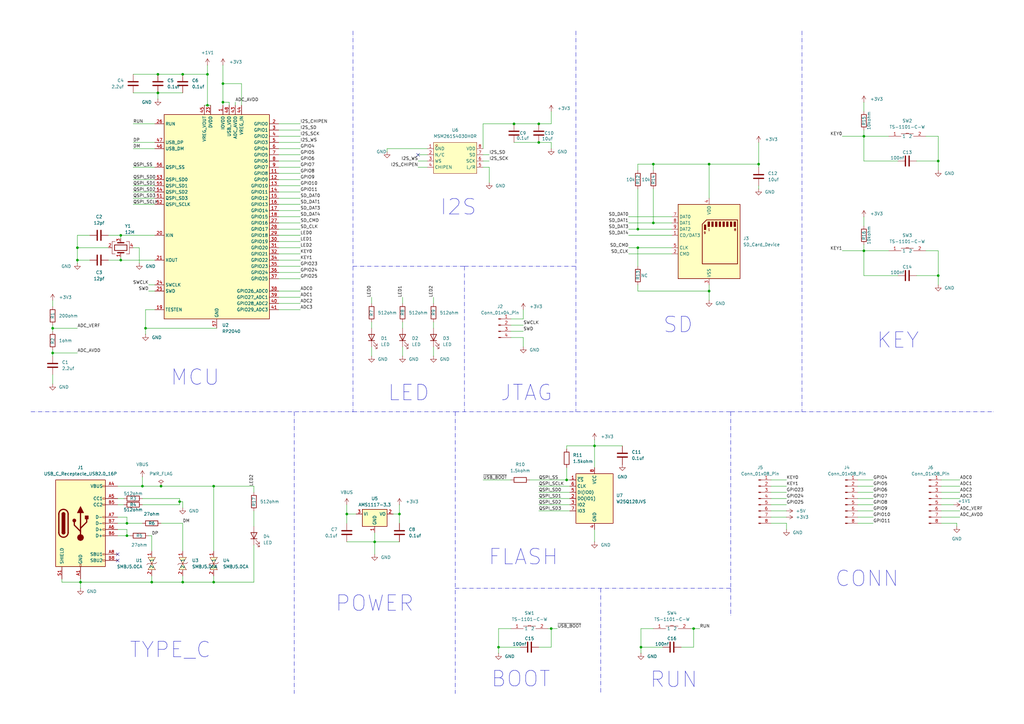
<source format=kicad_sch>
(kicad_sch (version 20231120) (generator "eeschema") (generator_version "8.0")
  (paper "A3")
  (title_block (title "Audio Recorder on RP2040 with SD Card") (date "2024-09-01") (rev "0.1.0") (company "Krysztal Huang"))
  (junction (at 73.66 205.74))
  (junction (at 91.44 41.91))
  (junction (at 33.02 238.76))
  (junction (at 52.07 219.71))
  (junction (at 64.77 38.1))
  (junction (at 243.84 182.88))
  (junction (at 31.75 101.6))
  (junction (at 226.06 257.81))
  (junction (at 59.69 134.62))
  (junction (at 163.83 210.82))
  (junction (at 31.75 106.68))
  (junction (at 85.09 43.18))
  (junction (at 153.67 222.25))
  (junction (at 49.53 106.68))
  (junction (at 290.83 67.31))
  (junction (at 220.98 50.8))
  (junction (at 85.09 30.48))
  (junction (at 87.63 199.39))
  (junction (at 261.62 93.98))
  (junction (at 261.62 101.6))
  (junction (at 267.97 67.31))
  (junction (at 64.77 30.48))
  (junction (at 210.82 50.8))
  (junction (at 311.15 67.31))
  (junction (at 21.59 134.62))
  (junction (at 384.81 66.04))
  (junction (at 262.89 265.43))
  (junction (at 74.93 238.76))
  (junction (at 384.81 113.03))
  (junction (at 142.24 210.82))
  (junction (at 74.93 30.48))
  (junction (at 290.83 119.38))
  (junction (at 52.07 214.63))
  (junction (at 267.97 91.44))
  (junction (at 21.59 144.78))
  (junction (at 204.47 265.43))
  (junction (at 66.04 199.39))
  (junction (at 284.48 257.81))
  (junction (at 91.44 34.29))
  (junction (at 87.63 238.76))
  (junction (at 354.33 55.88))
  (junction (at 49.53 96.52))
  (junction (at 62.23 238.76))
  (junction (at 58.42 199.39))
  (junction (at 354.33 102.87))
  (junction (at 232.41 196.85))
  (junction (at 220.98 58.42))
  (no_connect (at 48.26 229.87))
  (no_connect (at 171.45 63.5))
  (no_connect (at 48.26 227.33))
  (wire (pts (xy 153.67 218.44) (xy 153.67 222.25)))
  (wire (pts (xy 48.26 199.39) (xy 58.42 199.39)))
  (wire (pts (xy 91.44 34.29) (xy 91.44 41.91)))
  (wire (pts (xy 220.98 209.55) (xy 233.68 209.55)))
  (wire (pts (xy 261.62 101.6) (xy 261.62 109.22)))
  (wire (pts (xy 44.45 101.6) (xy 31.75 101.6)))
  (wire (pts (xy 114.3 93.98) (xy 123.19 93.98)))
  (wire (pts (xy 31.75 106.68) (xy 31.75 107.95)))
  (wire (pts (xy 358.14 212.09) (xy 351.79 212.09)))
  (wire (pts (xy 25.4 238.76) (xy 33.02 238.76)))
  (wire (pts (xy 104.14 223.52) (xy 104.14 238.76)))
  (wire (pts (xy 262.89 265.43) (xy 262.89 267.97)))
  (wire (pts (xy 384.81 66.04) (xy 384.81 69.85)))
  (wire (pts (xy 73.66 205.74) (xy 73.66 207.01)))
  (wire (pts (xy 358.14 196.85) (xy 351.79 196.85)))
  (wire (pts (xy 316.23 214.63) (xy 322.58 214.63)))
  (wire (pts (xy 21.59 123.19) (xy 21.59 125.73)))
  (wire (pts (xy 261.62 101.6) (xy 275.59 101.6)))
  (wire (pts (xy 358.14 209.55) (xy 351.79 209.55)))
  (wire (pts (xy 284.48 257.81) (xy 287.02 257.81)))
  (wire (pts (xy 114.3 71.12) (xy 123.19 71.12)))
  (wire (pts (xy 114.3 78.74) (xy 123.19 78.74)))
  (wire (pts (xy 74.93 205.74) (xy 73.66 205.74)))
  (wire (pts (xy 66.04 199.39) (xy 58.42 199.39)))
  (wire (pts (xy 87.63 199.39) (xy 87.63 226.06)))
  (wire (pts (xy 226.06 58.42) (xy 226.06 60.96)))
  (wire (pts (xy 114.3 73.66) (xy 123.19 73.66)))
  (wire (pts (xy 114.3 104.14) (xy 123.19 104.14)))
  (wire (pts (xy 31.75 96.52) (xy 31.75 101.6)))
  (polyline (pts (xy 190.5 109.22) (xy 236.22 109.22)) (stroke (width 0) (type dash_dot)))
  (wire (pts (xy 64.77 38.1) (xy 74.93 38.1)))
  (wire (pts (xy 165.1 132.08) (xy 165.1 134.62)))
  (wire (pts (xy 152.4 132.08) (xy 152.4 134.62)))
  (wire (pts (xy 114.3 66.04) (xy 123.19 66.04)))
  (wire (pts (xy 52.07 217.17) (xy 52.07 219.71)))
  (wire (pts (xy 48.26 219.71) (xy 52.07 219.71)))
  (polyline (pts (xy 186.69 168.91) (xy 186.69 284.48)) (stroke (width 0) (type dash_dot)))
  (wire (pts (xy 316.23 207.01) (xy 322.58 207.01)))
  (wire (pts (xy 66.04 214.63) (xy 74.93 214.63)))
  (wire (pts (xy 83.82 43.18) (xy 85.09 43.18)))
  (wire (pts (xy 232.41 196.85) (xy 233.68 196.85)))
  (wire (pts (xy 220.98 207.01) (xy 233.68 207.01)))
  (wire (pts (xy 316.23 204.47) (xy 322.58 204.47)))
  (wire (pts (xy 48.26 214.63) (xy 52.07 214.63)))
  (wire (pts (xy 243.84 180.34) (xy 243.84 182.88)))
  (wire (pts (xy 93.98 41.91) (xy 93.98 43.18)))
  (wire (pts (xy 165.1 121.92) (xy 165.1 124.46)))
  (wire (pts (xy 217.17 196.85) (xy 232.41 196.85)))
  (wire (pts (xy 261.62 119.38) (xy 290.83 119.38)))
  (wire (pts (xy 62.23 238.76) (xy 74.93 238.76)))
  (wire (pts (xy 226.06 45.72) (xy 226.06 50.8)))
  (wire (pts (xy 114.3 58.42) (xy 123.19 58.42)))
  (wire (pts (xy 316.23 196.85) (xy 322.58 196.85)))
  (wire (pts (xy 54.61 83.82) (xy 63.5 83.82)))
  (wire (pts (xy 54.61 50.8) (xy 63.5 50.8)))
  (wire (pts (xy 163.83 214.63) (xy 163.83 210.82)))
  (wire (pts (xy 214.63 130.81) (xy 209.55 130.81)))
  (wire (pts (xy 62.23 236.22) (xy 62.23 238.76)))
  (wire (pts (xy 284.48 265.43) (xy 284.48 257.81)))
  (wire (pts (xy 54.61 76.2) (xy 63.5 76.2)))
  (wire (pts (xy 54.61 101.6) (xy 57.15 101.6)))
  (wire (pts (xy 58.42 204.47) (xy 73.66 204.47)))
  (wire (pts (xy 210.82 50.8) (xy 220.98 50.8)))
  (wire (pts (xy 257.81 101.6) (xy 261.62 101.6)))
  (wire (pts (xy 311.15 67.31) (xy 290.83 67.31)))
  (wire (pts (xy 57.15 101.6) (xy 57.15 107.95)))
  (wire (pts (xy 54.61 38.1) (xy 64.77 38.1)))
  (wire (pts (xy 261.62 77.47) (xy 261.62 93.98)))
  (wire (pts (xy 85.09 26.67) (xy 85.09 30.48)))
  (wire (pts (xy 114.3 109.22) (xy 123.19 109.22)))
  (wire (pts (xy 33.02 238.76) (xy 62.23 238.76)))
  (wire (pts (xy 262.89 265.43) (xy 271.78 265.43)))
  (polyline (pts (xy 144.78 109.22) (xy 190.5 109.22)) (stroke (width 0) (type dash_dot)))
  (wire (pts (xy 33.02 238.76) (xy 33.02 241.3)))
  (wire (pts (xy 64.77 30.48) (xy 74.93 30.48)))
  (wire (pts (xy 87.63 199.39) (xy 66.04 199.39)))
  (wire (pts (xy 243.84 182.88) (xy 255.27 182.88)))
  (wire (pts (xy 226.06 257.81) (xy 228.6 257.81)))
  (polyline (pts (xy 12.7 168.91) (xy 144.78 168.91)) (stroke (width 0) (type dash_dot)))
  (wire (pts (xy 209.55 257.81) (xy 204.47 257.81)))
  (wire (pts (xy 62.23 219.71) (xy 60.96 219.71)))
  (wire (pts (xy 114.3 81.28) (xy 123.19 81.28)))
  (wire (pts (xy 58.42 195.58) (xy 58.42 199.39)))
  (wire (pts (xy 379.73 55.88) (xy 384.81 55.88)))
  (wire (pts (xy 87.63 199.39) (xy 104.14 199.39)))
  (wire (pts (xy 31.75 106.68) (xy 36.83 106.68)))
  (wire (pts (xy 220.98 201.93) (xy 233.68 201.93)))
  (polyline (pts (xy 144.78 168.91) (xy 186.69 168.91)) (stroke (width 0) (type dash_dot)))
  (wire (pts (xy 354.33 100.33) (xy 354.33 102.87)))
  (wire (pts (xy 62.23 219.71) (xy 62.23 226.06)))
  (wire (pts (xy 224.79 257.81) (xy 226.06 257.81)))
  (wire (pts (xy 243.84 217.17) (xy 243.84 222.25)))
  (wire (pts (xy 114.3 91.44) (xy 123.19 91.44)))
  (wire (pts (xy 257.81 88.9) (xy 275.59 88.9)))
  (wire (pts (xy 322.58 214.63) (xy 322.58 217.17)))
  (wire (pts (xy 96.52 41.91) (xy 96.52 43.18)))
  (wire (pts (xy 114.3 88.9) (xy 123.19 88.9)))
  (wire (pts (xy 261.62 67.31) (xy 267.97 67.31)))
  (wire (pts (xy 114.3 101.6) (xy 123.19 101.6)))
  (wire (pts (xy 114.3 68.58) (xy 123.19 68.58)))
  (wire (pts (xy 48.26 207.01) (xy 50.8 207.01)))
  (wire (pts (xy 392.43 214.63) (xy 392.43 215.9)))
  (wire (pts (xy 204.47 257.81) (xy 204.47 265.43)))
  (polyline (pts (xy 299.72 168.91) (xy 407.67 168.91)) (stroke (width 0) (type dash_dot)))
  (wire (pts (xy 220.98 265.43) (xy 226.06 265.43)))
  (wire (pts (xy 171.45 63.5) (xy 175.26 63.5)))
  (wire (pts (xy 290.83 119.38) (xy 290.83 123.19)))
  (wire (pts (xy 54.61 78.74) (xy 63.5 78.74)))
  (wire (pts (xy 386.08 214.63) (xy 392.43 214.63)))
  (wire (pts (xy 21.59 153.67) (xy 21.59 157.48)))
  (wire (pts (xy 87.63 236.22) (xy 87.63 238.76)))
  (wire (pts (xy 91.44 26.67) (xy 91.44 34.29)))
  (wire (pts (xy 60.96 116.84) (xy 63.5 116.84)))
  (polyline (pts (xy 246.38 241.3) (xy 246.38 284.48)) (stroke (width 0) (type dash_dot)))
  (wire (pts (xy 177.8 142.24) (xy 177.8 146.05)))
  (polyline (pts (xy 299.72 241.3) (xy 299.72 252.73)) (stroke (width 0) (type dash_dot)))
  (wire (pts (xy 210.82 58.42) (xy 220.98 58.42)))
  (wire (pts (xy 31.75 101.6) (xy 31.75 106.68)))
  (wire (pts (xy 290.83 116.84) (xy 290.83 119.38)))
  (wire (pts (xy 58.42 207.01) (xy 73.66 207.01)))
  (wire (pts (xy 114.3 114.3) (xy 123.19 114.3)))
  (wire (pts (xy 316.23 212.09) (xy 322.58 212.09)))
  (wire (pts (xy 54.61 81.28) (xy 63.5 81.28)))
  (wire (pts (xy 54.61 58.42) (xy 63.5 58.42)))
  (wire (pts (xy 384.81 102.87) (xy 384.81 113.03)))
  (wire (pts (xy 114.3 86.36) (xy 123.19 86.36)))
  (wire (pts (xy 146.05 210.82) (xy 142.24 210.82)))
  (wire (pts (xy 21.59 134.62) (xy 31.75 134.62)))
  (wire (pts (xy 54.61 60.96) (xy 63.5 60.96)))
  (wire (pts (xy 232.41 182.88) (xy 243.84 182.88)))
  (wire (pts (xy 200.66 68.58) (xy 200.66 74.93)))
  (polyline (pts (xy 236.22 12.7) (xy 236.22 109.22)) (stroke (width 0) (type dash_dot)))
  (wire (pts (xy 220.98 204.47) (xy 233.68 204.47)))
  (wire (pts (xy 158.75 60.96) (xy 158.75 62.23)))
  (wire (pts (xy 209.55 135.89) (xy 214.63 135.89)))
  (wire (pts (xy 393.7 201.93) (xy 386.08 201.93)))
  (wire (pts (xy 379.73 102.87) (xy 384.81 102.87)))
  (wire (pts (xy 104.14 238.76) (xy 87.63 238.76)))
  (wire (pts (xy 54.61 68.58) (xy 63.5 68.58)))
  (wire (pts (xy 214.63 142.24) (xy 214.63 138.43)))
  (wire (pts (xy 384.81 113.03) (xy 384.81 116.84)))
  (wire (pts (xy 311.15 68.58) (xy 311.15 67.31)))
  (wire (pts (xy 177.8 121.92) (xy 177.8 124.46)))
  (wire (pts (xy 283.21 257.81) (xy 284.48 257.81)))
  (wire (pts (xy 74.93 238.76) (xy 87.63 238.76)))
  (wire (pts (xy 165.1 142.24) (xy 165.1 146.05)))
  (wire (pts (xy 48.26 212.09) (xy 52.07 212.09)))
  (wire (pts (xy 358.14 199.39) (xy 351.79 199.39)))
  (wire (pts (xy 267.97 69.85) (xy 267.97 67.31)))
  (wire (pts (xy 177.8 132.08) (xy 177.8 134.62)))
  (wire (pts (xy 21.59 144.78) (xy 21.59 146.05)))
  (wire (pts (xy 226.06 58.42) (xy 220.98 58.42)))
  (wire (pts (xy 114.3 63.5) (xy 123.19 63.5)))
  (wire (pts (xy 142.24 222.25) (xy 153.67 222.25)))
  (wire (pts (xy 21.59 143.51) (xy 21.59 144.78)))
  (polyline (pts (xy 144.78 12.7) (xy 144.78 168.91)) (stroke (width 0) (type dash_dot)))
  (wire (pts (xy 158.75 60.96) (xy 175.26 60.96)))
  (wire (pts (xy 25.4 238.76) (xy 25.4 237.49)))
  (wire (pts (xy 153.67 222.25) (xy 153.67 227.33)))
  (wire (pts (xy 114.3 111.76) (xy 123.19 111.76)))
  (wire (pts (xy 63.5 127) (xy 59.69 127)))
  (wire (pts (xy 54.61 73.66) (xy 63.5 73.66)))
  (polyline (pts (xy 186.69 241.3) (xy 299.72 241.3)) (stroke (width 0) (type dash_dot)))
  (wire (pts (xy 85.09 43.18) (xy 86.36 43.18)))
  (wire (pts (xy 204.47 265.43) (xy 213.36 265.43)))
  (wire (pts (xy 104.14 209.55) (xy 104.14 215.9)))
  (wire (pts (xy 153.67 222.25) (xy 163.83 222.25)))
  (wire (pts (xy 152.4 142.24) (xy 152.4 146.05)))
  (wire (pts (xy 368.3 66.04) (xy 354.33 66.04)))
  (wire (pts (xy 316.23 209.55) (xy 322.58 209.55)))
  (polyline (pts (xy 186.69 168.91) (xy 299.72 168.91)) (stroke (width 0) (type dash_dot)))
  (wire (pts (xy 48.26 217.17) (xy 52.07 217.17)))
  (wire (pts (xy 261.62 69.85) (xy 261.62 67.31)))
  (wire (pts (xy 261.62 93.98) (xy 275.59 93.98)))
  (wire (pts (xy 393.7 196.85) (xy 386.08 196.85)))
  (wire (pts (xy 48.26 204.47) (xy 50.8 204.47)))
  (wire (pts (xy 114.3 121.92) (xy 123.19 121.92)))
  (wire (pts (xy 198.12 66.04) (xy 200.66 66.04)))
  (wire (pts (xy 99.06 43.18) (xy 99.06 34.29)))
  (wire (pts (xy 91.44 41.91) (xy 91.44 43.18)))
  (polyline (pts (xy 190.5 109.22) (xy 190.5 168.91)) (stroke (width 0) (type dash_dot)))
  (wire (pts (xy 358.14 201.93) (xy 351.79 201.93)))
  (wire (pts (xy 257.81 104.14) (xy 275.59 104.14)))
  (wire (pts (xy 267.97 77.47) (xy 267.97 91.44)))
  (wire (pts (xy 232.41 182.88) (xy 232.41 184.15)))
  (wire (pts (xy 290.83 67.31) (xy 290.83 81.28)))
  (wire (pts (xy 114.3 55.88) (xy 123.19 55.88)))
  (wire (pts (xy 384.81 55.88) (xy 384.81 66.04)))
  (wire (pts (xy 198.12 63.5) (xy 200.66 63.5)))
  (wire (pts (xy 267.97 91.44) (xy 275.59 91.44)))
  (wire (pts (xy 358.14 207.01) (xy 351.79 207.01)))
  (polyline (pts (xy 299.72 168.91) (xy 299.72 241.3)) (stroke (width 0) (type dash_dot)))
  (wire (pts (xy 114.3 83.82) (xy 123.19 83.82)))
  (wire (pts (xy 200.66 68.58) (xy 198.12 68.58)))
  (wire (pts (xy 60.96 119.38) (xy 63.5 119.38)))
  (wire (pts (xy 393.7 199.39) (xy 386.08 199.39)))
  (wire (pts (xy 33.02 237.49) (xy 33.02 238.76)))
  (polyline (pts (xy 236.22 109.22) (xy 236.22 168.91)) (stroke (width 0) (type dash_dot)))
  (wire (pts (xy 354.33 66.04) (xy 354.33 55.88)))
  (wire (pts (xy 391.16 207.01) (xy 386.08 207.01)))
  (wire (pts (xy 257.81 91.44) (xy 267.97 91.44)))
  (wire (pts (xy 198.12 196.85) (xy 209.55 196.85)))
  (wire (pts (xy 358.14 214.63) (xy 351.79 214.63)))
  (wire (pts (xy 99.06 34.29) (xy 91.44 34.29)))
  (wire (pts (xy 36.83 96.52) (xy 31.75 96.52)))
  (wire (pts (xy 198.12 50.8) (xy 198.12 60.96)))
  (wire (pts (xy 354.33 102.87) (xy 364.49 102.87)))
  (polyline (pts (xy 328.93 12.7) (xy 328.93 168.91)) (stroke (width 0) (type dash_dot)))
  (wire (pts (xy 85.09 30.48) (xy 85.09 43.18)))
  (wire (pts (xy 171.45 66.04) (xy 175.26 66.04)))
  (wire (pts (xy 49.53 105.41) (xy 49.53 106.68)))
  (wire (pts (xy 114.3 53.34) (xy 123.19 53.34)))
  (wire (pts (xy 375.92 113.03) (xy 384.81 113.03)))
  (wire (pts (xy 114.3 60.96) (xy 123.19 60.96)))
  (wire (pts (xy 142.24 210.82) (xy 142.24 214.63)))
  (wire (pts (xy 214.63 127) (xy 214.63 130.81)))
  (wire (pts (xy 393.7 212.09) (xy 386.08 212.09)))
  (wire (pts (xy 142.24 207.01) (xy 142.24 210.82)))
  (wire (pts (xy 21.59 144.78) (xy 31.75 144.78)))
  (wire (pts (xy 257.81 96.52) (xy 275.59 96.52)))
  (wire (pts (xy 114.3 96.52) (xy 123.19 96.52)))
  (wire (pts (xy 375.92 66.04) (xy 384.81 66.04)))
  (wire (pts (xy 73.66 204.47) (xy 73.66 205.74)))
  (wire (pts (xy 114.3 124.46) (xy 123.19 124.46)))
  (wire (pts (xy 345.44 55.88) (xy 354.33 55.88)))
  (wire (pts (xy 91.44 41.91) (xy 93.98 41.91)))
  (wire (pts (xy 64.77 38.1) (xy 64.77 40.64)))
  (wire (pts (xy 214.63 138.43) (xy 209.55 138.43)))
  (wire (pts (xy 59.69 127) (xy 59.69 134.62)))
  (wire (pts (xy 354.33 88.9) (xy 354.33 92.71)))
  (polyline (pts (xy 120.65 168.91) (xy 120.65 284.48)) (stroke (width 0) (type dash_dot)))
  (wire (pts (xy 21.59 133.35) (xy 21.59 134.62)))
  (wire (pts (xy 354.33 113.03) (xy 354.33 102.87)))
  (wire (pts (xy 262.89 257.81) (xy 262.89 265.43)))
  (wire (pts (xy 209.55 133.35) (xy 214.63 133.35)))
  (wire (pts (xy 163.83 207.01) (xy 163.83 210.82)))
  (wire (pts (xy 152.4 121.92) (xy 152.4 124.46)))
  (wire (pts (xy 368.3 113.03) (xy 354.33 113.03)))
  (wire (pts (xy 204.47 265.43) (xy 204.47 267.97)))
  (wire (pts (xy 163.83 210.82) (xy 161.29 210.82)))
  (wire (pts (xy 257.81 93.98) (xy 261.62 93.98)))
  (wire (pts (xy 52.07 212.09) (xy 52.07 214.63)))
  (wire (pts (xy 74.93 208.28) (xy 74.93 205.74)))
  (wire (pts (xy 54.61 30.48) (xy 64.77 30.48)))
  (wire (pts (xy 358.14 204.47) (xy 351.79 204.47)))
  (wire (pts (xy 261.62 116.84) (xy 261.62 119.38)))
  (wire (pts (xy 49.53 97.79) (xy 49.53 96.52)))
  (wire (pts (xy 114.3 50.8) (xy 123.19 50.8)))
  (wire (pts (xy 311.15 77.47) (xy 311.15 76.2)))
  (wire (pts (xy 49.53 96.52) (xy 63.5 96.52)))
  (wire (pts (xy 267.97 257.81) (xy 262.89 257.81)))
  (wire (pts (xy 316.23 199.39) (xy 322.58 199.39)))
  (wire (pts (xy 267.97 67.31) (xy 290.83 67.31)))
  (wire (pts (xy 198.12 50.8) (xy 210.82 50.8)))
  (wire (pts (xy 114.3 99.06) (xy 123.19 99.06)))
  (wire (pts (xy 104.14 199.39) (xy 104.14 201.93)))
  (wire (pts (xy 114.3 106.68) (xy 123.19 106.68)))
  (wire (pts (xy 21.59 134.62) (xy 21.59 135.89)))
  (wire (pts (xy 220.98 50.8) (xy 226.06 50.8)))
  (wire (pts (xy 393.7 204.47) (xy 386.08 204.47)))
  (wire (pts (xy 354.33 53.34) (xy 354.33 55.88)))
  (wire (pts (xy 114.3 119.38) (xy 123.19 119.38)))
  (wire (pts (xy 74.93 30.48) (xy 85.09 30.48)))
  (wire (pts (xy 393.7 209.55) (xy 386.08 209.55)))
  (wire (pts (xy 52.07 214.63) (xy 58.42 214.63)))
  (wire (pts (xy 59.69 134.62) (xy 59.69 137.16)))
  (wire (pts (xy 74.93 236.22) (xy 74.93 238.76)))
  (wire (pts (xy 354.33 55.88) (xy 364.49 55.88)))
  (wire (pts (xy 114.3 76.2) (xy 123.19 76.2)))
  (wire (pts (xy 44.45 96.52) (xy 49.53 96.52)))
  (wire (pts (xy 354.33 41.91) (xy 354.33 45.72)))
  (wire (pts (xy 316.23 201.93) (xy 322.58 201.93)))
  (wire (pts (xy 311.15 58.42) (xy 311.15 67.31)))
  (wire (pts (xy 279.4 265.43) (xy 284.48 265.43)))
  (wire (pts (xy 345.44 102.87) (xy 354.33 102.87)))
  (wire (pts (xy 226.06 265.43) (xy 226.06 257.81)))
  (wire (pts (xy 171.45 68.58) (xy 175.26 68.58)))
  (wire (pts (xy 53.34 219.71) (xy 52.07 219.71)))
  (wire (pts (xy 44.45 106.68) (xy 49.53 106.68)))
  (wire (pts (xy 220.98 199.39) (xy 233.68 199.39)))
  (wire (pts (xy 232.41 191.77) (xy 232.41 196.85)))
  (wire (pts (xy 59.69 134.62) (xy 88.9 134.62)))
  (wire (pts (xy 49.53 106.68) (xy 63.5 106.68)))
  (wire (pts (xy 243.84 182.88) (xy 243.84 191.77)))
  (wire (pts (xy 74.93 214.63) (xy 74.93 226.06)))
  (wire (pts (xy 114.3 127) (xy 123.19 127)))
  (text "FLASH" (at 214.63 228.6 0) (effects (font (size 6.35 6.35))))
  (text "LED" (at 167.64 161.29 0) (effects (font (size 6.35 6.35))))
  (text "BOOT" (at 213.614 278.638 0) (effects (font (size 6.35 6.35))))
  (text "POWER" (at 153.67 247.65 0) (effects (font (size 6.35 6.35))))
  (text "JTAG" (at 215.9 161.29 0) (effects (font (size 6.35 6.35))))
  (text "MCU" (at 80.01 154.94 0) (effects (font (size 6.35 6.35))))
  (text "TYPE_C\n" (at 69.85 266.7 0) (effects (font (size 6.35 6.35))))
  (text "RUN" (at 276.352 278.892 0) (effects (font (size 6.35 6.35))))
  (text "CONN" (at 355.6 237.49 0) (effects (font (size 6.35 6.35))))
  (text "KEY" (at 368.3 139.7 0) (effects (font (size 6.35 6.35))))
  (text "SD" (at 278.13 133.35 0) (effects (font (size 6.35 6.35))))
  (text "I2S\n" (at 187.96 85.09 0) (effects (font (size 6.35 6.35))))
  (label "ADC_AVDD" (at 31.75 144.78 0))
  (label "I2S_CHIPEN" (at 123.19 50.8 0))
  (label "QSPI_SCLK" (at 220.98 199.39 0))
  (label "KEY1" (at 322.58 199.39 0))
  (label "KEY1" (at 345.44 102.87 180))
  (label "LED2" (at 177.8 121.92 90))
  (label "SD_DAT4" (at 257.81 96.52 180))
  (label "DP" (at 62.23 219.71 0))
  (label "GPIO6" (at 123.19 66.04 0))
  (label "GPIO4" (at 123.19 60.96 0))
  (label "ADC_VERF" (at 393.7 209.55 0))
  (label "SD_DAT1" (at 123.19 83.82 0))
  (label "GPIO25" (at 123.19 114.3 0))
  (label "ADC2" (at 123.19 124.46 0))
  (label "QSPI_SD3" (at 220.98 209.55 0))
  (label "KEY1" (at 123.19 106.68 0))
  (label "QSPI_SD1" (at 220.98 204.47 0))
  (label "SD_CLK" (at 257.81 104.14 180))
  (label "GPIO25" (at 322.58 207.01 0))
  (label "SD_CLK" (at 123.19 93.98 0))
  (label "GPIO7" (at 123.19 68.58 0))
  (label "DM" (at 54.61 60.96 0))
  (label "SWCLK" (at 60.96 116.84 180))
  (label "LED2" (at 104.14 199.39 90))
  (label "GPIO24" (at 123.19 111.76 0))
  (label "KEY0" (at 322.58 196.85 0))
  (label "SD_DAT3" (at 123.19 86.36 0))
  (label "SD_DAT4" (at 123.19 88.9 0))
  (label "I2S_SD" (at 123.19 53.34 0))
  (label "ADC3" (at 393.7 204.47 0))
  (label "GPIO4" (at 358.14 196.85 0))
  (label "QSPI_SD3" (at 54.61 81.28 0))
  (label "LED0" (at 152.4 121.92 90))
  (label "GPIO11" (at 123.19 78.74 0))
  (label "ADC3" (at 123.19 127 0))
  (label "GPIO24" (at 322.58 204.47 0))
  (label "DP" (at 54.61 58.42 0))
  (label "SWD" (at 60.96 119.38 180))
  (label "ADC_VERF" (at 31.75 134.62 0))
  (label "KEY0" (at 345.44 55.88 180))
  (label "ADC_AVDD" (at 393.7 212.09 0))
  (label "DM" (at 74.93 214.63 0))
  (label "GPIO5" (at 358.14 199.39 0))
  (label "QSPI_SCLK" (at 54.61 83.82 0))
  (label "RUN" (at 287.02 257.81 0))
  (label "QSPI_SD0" (at 54.61 73.66 0))
  (label "GPIO7" (at 358.14 204.47 0))
  (label "I2S_SCK" (at 123.19 55.88 0))
  (label "QSPI_SD1" (at 54.61 76.2 0))
  (label "GPIO8" (at 358.14 207.01 0))
  (label "QSPI_SD0" (at 220.98 201.93 0))
  (label "I2S_SD" (at 200.66 63.5 0))
  (label "QSPI_SS" (at 220.98 196.85 0))
  (label "RUN" (at 54.61 50.8 0))
  (label "LED1" (at 165.1 121.92 90))
  (label "GPIO8" (at 123.19 71.12 0))
  (label "GPIO23" (at 322.58 201.93 0))
  (label "KEY0" (at 123.19 104.14 0))
  (label "QSPI_SD2" (at 220.98 207.01 0))
  (label "I2S_SCK" (at 200.66 66.04 0))
  (label "GPIO10" (at 358.14 212.09 0))
  (label "GPIO11" (at 358.14 214.63 0))
  (label "SWCLK" (at 214.63 133.35 0))
  (label "ADC0" (at 123.19 119.38 0))
  (label "GPIO10" (at 123.19 76.2 0))
  (label "SD_DAT0" (at 123.19 81.28 0))
  (label "GPIO9" (at 358.14 209.55 0))
  (label "GPIO5" (at 123.19 63.5 0))
  (label "QSPI_SD2" (at 54.61 78.74 0))
  (label "SD_DAT1" (at 257.81 91.44 180))
  (label "ADC1" (at 393.7 199.39 0))
  (label "ADC_AVDD" (at 96.52 41.91 0))
  (label "LED0" (at 123.19 96.52 0))
  (label "LED1" (at 123.19 99.06 0))
  (label "ADC1" (at 123.19 121.92 0))
  (label "I2S_CHIPEN" (at 171.45 68.58 180))
  (label "ADC0" (at 393.7 196.85 0))
  (label "SD_CMD" (at 123.19 91.44 0))
  (label "I2S_WS" (at 171.45 66.04 180))
  (label "SD_CMD" (at 257.81 101.6 180))
  (label "GPIO6" (at 358.14 201.93 0))
  (label "GPIO9" (at 123.19 73.66 0))
  (label "~{USB_BOOT}" (at 228.6 257.81 0))
  (label "I2S_WS" (at 123.19 58.42 0))
  (label "ADC2" (at 393.7 201.93 0))
  (label "SD_DAT0" (at 257.81 88.9 180))
  (label "GPIO23" (at 123.19 109.22 0))
  (label "~{USB_BOOT}" (at 198.12 196.85 0))
  (label "QSPI_SS" (at 54.61 68.58 0))
  (label "SD_DAT3" (at 257.81 93.98 180))
  (label "LED2" (at 123.19 101.6 0))
  (label "SWD" (at 214.63 135.89 0))
  (symbol (lib_id "power:+3V3") (at 163.83 207.01 0) (unit 1)
    (property "Reference" "#PWR016" (effects (hide yes)))
    (property "Value" "+3V3" (at 166.37 205.7399 0) (effects (justify left)))
    (property "Description" "Power symbol creates a global label with name \"+3V3\"" (effects (hide yes)))
  )
  (symbol (lib_id "easyeda2kicad:TS-1101-C-W") (at 275.59 257.81 0) (unit 1)
    (property "Reference" "SW4" (at 275.59 251.46 0))
    (property "Value" "TS-1101-C-W" (at 275.59 254 0))
    (property "Footprint" "easyeda2kicad:SW-SMD_L6.0-W3.3-LS8.0" (effects (hide yes)))
    (property "LCSC Part" "C318938" (effects (hide yes)))
  )
  (symbol (lib_id "Device:C") (at 40.64 96.52 90) (unit 1)
    (property "Reference" "C2" (at 40.64 88.9 90))
    (property "Value" "12pf" (at 40.64 91.44 90))
    (property "Footprint" "Capacitor_SMD:C_0603_1608Metric" (effects (hide yes)))
    (property "Description" "Unpolarized capacitor" (effects (hide yes)))
  )
  (symbol (lib_id "power:GND") (at 64.77 40.64 0) (unit 1)
    (property "Reference" "#PWR07" (effects (hide yes)))
    (property "Value" "GND" (at 62.23 41.9099 0) (effects (justify right)))
    (property "Description" "Power symbol creates a global label with name \"GND\" , ground" (effects (hide yes)))
  )
  (symbol (lib_id "Device:C") (at 54.61 34.29 0) (unit 1)
    (property "Reference" "C4" (at 50.8 33.0199 0) (effects (justify right)))
    (property "Value" "2.2uf" (at 50.8 35.5599 0) (effects (justify right)))
    (property "Footprint" "Capacitor_SMD:C_0603_1608Metric" (effects (hide yes)))
    (property "Description" "Unpolarized capacitor" (effects (hide yes)))
  )
  (symbol (lib_id "power:+1V1") (at 391.16 207.01 270) (unit 1)
    (property "Reference" "#PWR038" (effects (hide yes)))
    (property "Value" "+1V1" (at 395.478 205.486 90))
    (property "Description" "Power symbol creates a global label with name \"+1V1\"" (effects (hide yes)))
  )
  (symbol (lib_id "Connector:USB_C_Receptacle_USB2.0_16P") (at 33.02 214.63 0) (unit 1)
    (property "Reference" "J1" (at 33.02 191.77 0))
    (property "Value" "USB_C_Receptacle_USB2.0_16P" (at 33.02 194.31 0))
    (property "Footprint" "Connector_USB:USB_C_Receptacle_HCTL_HC-TYPE-C-16P-01A" (effects (hide yes)))
    (property "Datasheet" "https://www.usb.org/sites/default/files/documents/usb_type-c.zip" (effects (hide yes)))
    (property "Description" "USB 2.0-only 16P Type-C Receptacle connector" (effects (hide yes)))
  )
  (symbol (lib_id "power:GND") (at 243.84 222.25 0) (unit 1)
    (property "Reference" "#PWR026" (effects (hide yes)))
    (property "Value" "GND" (at 246.38 223.5199 0) (effects (justify left)))
    (property "Description" "Power symbol creates a global label with name \"GND\" , ground" (effects (hide yes)))
  )
  (symbol (lib_id "power:GND") (at 74.93 208.28 0) (unit 1)
    (property "Reference" "#PWR010" (effects (hide yes)))
    (property "Value" "GND" (at 77.47 209.5499 0) (effects (justify left)))
    (property "Description" "Power symbol creates a global label with name \"GND\" , ground" (effects (hide yes)))
  )
  (symbol (lib_id "Connector:Conn_01x08_Pin") (at 311.15 204.47 0) (unit 1)
    (property "Reference" "J5" (at 311.785 191.77 0))
    (property "Value" "Conn_01x08_Pin" (at 311.785 194.31 0))
    (property "Footprint" "Connector_PinHeader_2.54mm:PinHeader_1x08_P2.54mm_Vertical" (effects (hide yes)))
    (property "Description" "Generic connector, single row, 01x08, script generated" (effects (hide yes)))
  )
  (symbol (lib_id "power:GND") (at 204.47 267.97 0) (unit 1)
    (property "Reference" "#PWR020" (effects (hide yes)))
    (property "Value" "GND" (at 207.01 269.2399 0) (effects (justify left)))
    (property "Description" "Power symbol creates a global label with name \"GND\" , ground" (effects (hide yes)))
  )
  (symbol (lib_id "Device:C") (at 163.83 218.44 0) (unit 1)
    (property "Reference" "C8" (at 167.64 217.1699 0) (effects (justify left)))
    (property "Value" "0.1uf" (at 167.64 219.7099 0) (effects (justify left)))
    (property "Footprint" "Capacitor_SMD:C_0603_1608Metric" (effects (hide yes)))
    (property "Description" "Unpolarized capacitor" (effects (hide yes)))
  )
  (symbol (lib_id "easyeda2kicad:TS-1101-C-W") (at 372.11 55.88 0) (unit 1)
    (property "Reference" "SW2" (at 372.11 49.53 0))
    (property "Value" "TS-1101-C-W" (at 372.11 52.07 0))
    (property "Footprint" "easyeda2kicad:SW-SMD_L6.0-W3.3-LS8.0" (effects (hide yes)))
    (property "LCSC Part" "C318938" (effects (hide yes)))
  )
  (symbol (lib_id "Device:C") (at 372.11 113.03 90) (unit 1)
    (property "Reference" "C14" (at 372.11 109.474 90))
    (property "Value" "100nf" (at 368.046 111.76 90))
    (property "Footprint" "Capacitor_SMD:C_0603_1608Metric" (effects (hide yes)))
    (property "Description" "Unpolarized capacitor" (effects (hide yes)))
  )
  (symbol (lib_id "power:GND") (at 200.66 74.93 0) (unit 1)
    (property "Reference" "#PWR019" (effects (hide yes)))
    (property "Value" "GND" (at 203.2 76.1999 0) (effects (justify left)))
    (property "Description" "Power symbol creates a global label with name \"GND\" , ground" (effects (hide yes)))
  )
  (symbol (lib_id "Device:R") (at 177.8 128.27 0) (unit 1)
    (property "Reference" "R9" (at 177.8 129.54 90) (effects (justify left)))
    (property "Value" "512ohm" (at 180.34 128.2699 0) (effects (justify left)))
    (property "Footprint" "Resistor_SMD:R_0603_1608Metric" (effects (hide yes)))
    (property "Description" "Resistor" (effects (hide yes)))
  )
  (symbol (lib_id "Device:R") (at 21.59 139.7 0) (unit 1)
    (property "Reference" "R2" (at 21.59 141.224 90) (effects (justify left)))
    (property "Value" "1ohm" (at 24.13 139.6999 0) (effects (justify left)))
    (property "Footprint" "Resistor_SMD:R_0603_1608Metric" (effects (hide yes)))
    (property "Description" "Resistor" (effects (hide yes)))
  )
  (symbol (lib_id "power:GND") (at 255.27 190.5 0) (unit 1)
    (property "Reference" "#PWR027" (effects (hide yes)))
    (property "Value" "GND" (at 255.27 195.58 0))
    (property "Description" "Power symbol creates a global label with name \"GND\" , ground" (effects (hide yes)))
  )
  (symbol (lib_id "power:+3V3") (at 226.06 45.72 0) (unit 1)
    (property "Reference" "#PWR023" (effects (hide yes)))
    (property "Value" "+3V3" (at 228.6 44.4499 0) (effects (justify left)))
    (property "Description" "Power symbol creates a global label with name \"+3V3\"" (effects (hide yes)))
  )
  (symbol (lib_id "easyeda2kicad:SMBJ5.0CA_C19077559") (at 74.93 231.14 270) (unit 1)
    (property "Reference" "U3" (at 78.74 229.8699 90) (effects (justify left)))
    (property "Value" "SMBJ5.0CA" (at 78.74 232.4099 90) (effects (justify left)))
    (property "Footprint" "easyeda2kicad:SMB_L4.5-W3.6-LS5.2-BI" (effects (hide yes)))
    (property "LCSC Part" "C19077559" (effects (hide yes)))
  )
  (symbol (lib_id "power:GND") (at 226.06 60.96 0) (unit 1)
    (property "Reference" "#PWR024" (effects (hide yes)))
    (property "Value" "GND" (at 228.6 62.2299 0) (effects (justify left)))
    (property "Description" "Power symbol creates a global label with name \"GND\" , ground" (effects (hide yes)))
  )
  (symbol (lib_id "power:GND") (at 177.8 146.05 0) (unit 1)
    (property "Reference" "#PWR018" (effects (hide yes)))
    (property "Value" "GND" (at 180.34 147.3199 0) (effects (justify left)))
    (property "Description" "Power symbol creates a global label with name \"GND\" , ground" (effects (hide yes)))
  )
  (symbol (lib_id "power:PWR_FLAG") (at 66.04 199.39 0) (unit 1)
    (property "Reference" "#FLG01" (effects (hide yes)))
    (property "Value" "PWR_FLAG" (at 66.04 194.31 0))
    (property "Description" "Special symbol for telling ERC where power comes from" (effects (hide yes)))
  )
  (symbol (lib_id "power:GND") (at 152.4 146.05 0) (unit 1)
    (property "Reference" "#PWR013" (effects (hide yes)))
    (property "Value" "GND" (at 154.94 147.3199 0) (effects (justify left)))
    (property "Description" "Power symbol creates a global label with name \"GND\" , ground" (effects (hide yes)))
  )
  (symbol (lib_id "easyeda2kicad:SMBJ5.0CA_C19077559") (at 87.63 231.14 270) (unit 1)
    (property "Reference" "U4" (at 91.44 229.8699 90) (effects (justify left)))
    (property "Value" "SMBJ5.0CA" (at 91.44 232.4099 90) (effects (justify left)))
    (property "Footprint" "easyeda2kicad:SMB_L4.5-W3.6-LS5.2-BI" (effects (hide yes)))
    (property "LCSC Part" "C19077559" (effects (hide yes)))
  )
  (symbol (lib_id "Device:C") (at 275.59 265.43 90) (unit 1)
    (property "Reference" "C16" (at 275.59 261.874 90))
    (property "Value" "100nf" (at 271.526 264.16 90))
    (property "Footprint" "Capacitor_SMD:C_0603_1608Metric" (effects (hide yes)))
    (property "Description" "Unpolarized capacitor" (effects (hide yes)))
  )
  (symbol (lib_id "Connector:Conn_01x08_Pin") (at 381 204.47 0) (unit 1)
    (property "Reference" "J6" (at 381.635 191.77 0))
    (property "Value" "Conn_01x08_Pin" (at 381.635 194.31 0))
    (property "Footprint" "Connector_PinHeader_2.54mm:PinHeader_1x08_P2.54mm_Vertical" (effects (hide yes)))
    (property "Description" "Generic connector, single row, 01x08, script generated" (effects (hide yes)))
  )
  (symbol (lib_id "Device:R") (at 213.36 196.85 90) (unit 1)
    (property "Reference" "R10" (at 213.36 190.5 90))
    (property "Value" "1.5kohm" (at 213.36 193.04 90))
    (property "Footprint" "Resistor_SMD:R_0603_1608Metric" (effects (hide yes)))
    (property "Description" "Resistor" (effects (hide yes)))
  )
  (symbol (lib_id "Device:R") (at 54.61 207.01 90) (unit 1)
    (property "Reference" "R4" (at 54.61 207.01 90))
    (property "Value" "512ohm" (at 54.61 209.042 90))
    (property "Footprint" "Resistor_SMD:R_0603_1608Metric" (effects (hide yes)))
    (property "Description" "Resistor" (effects (hide yes)))
  )
  (symbol (lib_id "MCU_RaspberryPi:RP2040") (at 88.9 88.9 0) (unit 1)
    (property "Reference" "U2" (at 91.0941 133.35 0) (effects (justify left)))
    (property "Value" "RP2040" (at 91.0941 135.89 0) (effects (justify left)))
    (property "Footprint" "Package_DFN_QFN:QFN-56-1EP_7x7mm_P0.4mm_EP3.2x3.2mm" (effects (hide yes)))
    (property "Datasheet" "https://datasheets.raspberrypi.com/rp2040/rp2040-datasheet.pdf" (effects (hide yes)))
    (property "Description" "A microcontroller by Raspberry Pi" (effects (hide yes)))
  )
  (symbol (lib_id "power:GND") (at 59.69 137.16 0) (unit 1)
    (property "Reference" "#PWR06" (effects (hide yes)))
    (property "Value" "GND" (at 62.23 138.4299 0) (effects (justify left)))
    (property "Description" "Power symbol creates a global label with name \"GND\" , ground" (effects (hide yes)))
  )
  (symbol (lib_id "power:+3V3") (at 21.59 123.19 0) (unit 1)
    (property "Reference" "#PWR01" (effects (hide yes)))
    (property "Value" "+3V3" (at 24.13 121.9199 0) (effects (justify left)))
    (property "Description" "Power symbol creates a global label with name \"+3V3\"" (effects (hide yes)))
  )
  (symbol (lib_id "Device:C") (at 64.77 34.29 0) (unit 1)
    (property "Reference" "C5" (at 68.58 33.0199 0) (effects (justify left)))
    (property "Value" "0.1uf" (at 68.58 35.5599 0) (effects (justify left)))
    (property "Footprint" "Capacitor_SMD:C_0603_1608Metric" (effects (hide yes)))
    (property "Description" "Unpolarized capacitor" (effects (hide yes)))
  )
  (symbol (lib_id "power:VBUS") (at 142.24 207.01 0) (unit 1)
    (property "Reference" "#PWR012" (effects (hide yes)))
    (property "Value" "VBUS" (at 142.24 201.93 0))
    (property "Description" "Power symbol creates a global label with name \"VBUS\"" (effects (hide yes)))
  )
  (symbol (lib_id "power:GND") (at 153.67 227.33 0) (unit 1)
    (property "Reference" "#PWR014" (effects (hide yes)))
    (property "Value" "GND" (at 156.21 228.5999 0) (effects (justify left)))
    (property "Description" "Power symbol creates a global label with name \"GND\" , ground" (effects (hide yes)))
  )
  (symbol (lib_id "power:+1V1") (at 85.09 26.67 0) (unit 1)
    (property "Reference" "#PWR09" (effects (hide yes)))
    (property "Value" "+1V1" (at 85.09 21.59 0))
    (property "Description" "Power symbol creates a global label with name \"+1V1\"" (effects (hide yes)))
  )
  (symbol (lib_id "Device:C") (at 142.24 218.44 0) (unit 1)
    (property "Reference" "C7" (at 138.43 217.1699 0) (effects (justify right)))
    (property "Value" "0.1uf" (at 138.43 219.7099 0) (effects (justify right)))
    (property "Footprint" "Capacitor_SMD:C_0603_1608Metric" (effects (hide yes)))
    (property "Description" "Unpolarized capacitor" (effects (hide yes)))
  )
  (symbol (lib_id "Device:R") (at 57.15 219.71 90) (unit 1)
    (property "Reference" "R5" (at 57.15 219.71 90))
    (property "Value" "27ohm" (at 57.15 223.52 90))
    (property "Footprint" "Resistor_SMD:R_0603_1608Metric" (effects (hide yes)))
    (property "Description" "Resistor" (effects (hide yes)))
  )
  (symbol (lib_id "Device:R") (at 62.23 214.63 90) (unit 1)
    (property "Reference" "R6" (at 62.23 214.63 90))
    (property "Value" "27ohm" (at 62.23 210.82 90))
    (property "Footprint" "Resistor_SMD:R_0603_1608Metric" (effects (hide yes)))
    (property "Description" "Resistor" (effects (hide yes)))
  )
  (symbol (lib_id "Device:LED") (at 165.1 138.43 90) (unit 1)
    (property "Reference" "D2" (at 168.91 138.7474 90) (effects (justify right)))
    (property "Value" "LED" (at 168.91 141.2874 90) (effects (justify right)))
    (property "Footprint" "Capacitor_SMD:C_0603_1608Metric" (effects (hide yes)))
    (property "Description" "Light emitting diode" (effects (hide yes)))
  )
  (symbol (lib_id "power:GND") (at 384.81 116.84 0) (unit 1)
    (property "Reference" "#PWR034" (effects (hide yes)))
    (property "Value" "GND" (at 387.35 118.1099 0) (effects (justify left)))
    (property "Description" "Power symbol creates a global label with name \"GND\" , ground" (effects (hide yes)))
  )
  (symbol (lib_id "Memory_Flash:W25Q128JVS") (at 243.84 204.47 0) (unit 1)
    (property "Reference" "U7" (at 252.73 203.1999 0) (effects (justify left)))
    (property "Value" "W25Q128JVS" (at 252.73 205.7399 0) (effects (justify left)))
    (property "Footprint" "Package_SO:SOIC-8_5.23x5.23mm_P1.27mm" (effects (hide yes)))
    (property "Datasheet" "http://www.winbond.com/resource-files/w25q128jv_dtr%20revc%2003272018%20plus.pdf" (effects (hide yes)))
    (property "Description" "128Mb Serial Flash Memory, Standard/Dual/Quad SPI, SOIC-8" (effects (hide yes)))
  )
  (symbol (lib_id "easyeda2kicad:TS-1101-C-W") (at 217.17 257.81 0) (unit 1)
    (property "Reference" "SW1" (at 217.17 251.46 0))
    (property "Value" "TS-1101-C-W" (at 217.17 254 0))
    (property "Footprint" "easyeda2kicad:SW-SMD_L6.0-W3.3-LS8.0" (effects (hide yes)))
    (property "LCSC Part" "C318938" (effects (hide yes)))
  )
  (symbol (lib_id "power:GND") (at 322.58 217.17 0) (unit 1)
    (property "Reference" "#PWR035" (effects (hide yes)))
    (property "Value" "GND" (at 325.12 218.4399 0) (effects (justify left)))
    (property "Description" "Power symbol creates a global label with name \"GND\" , ground" (effects (hide yes)))
  )
  (symbol (lib_id "Device:C") (at 311.15 72.39 0) (unit 1)
    (property "Reference" "C12" (at 314.96 71.1199 0) (effects (justify left)))
    (property "Value" "10uf" (at 314.96 73.6599 0) (effects (justify left)))
    (property "Footprint" "Capacitor_SMD:C_0603_1608Metric" (effects (hide yes)))
    (property "Description" "Unpolarized capacitor" (effects (hide yes)))
  )
  (symbol (lib_id "Device:R") (at 354.33 49.53 0) (unit 1)
    (property "Reference" "R15" (at 354.33 51.562 90) (effects (justify left)))
    (property "Value" "10kohm" (at 356.362 53.34 90) (effects (justify left)))
    (property "Footprint" "Capacitor_SMD:C_0603_1608Metric" (effects (hide yes)))
    (property "Description" "Resistor" (effects (hide yes)))
  )
  (symbol (lib_id "power:GND") (at 158.75 62.23 0) (unit 1)
    (property "Reference" "#PWR015" (effects (hide yes)))
    (property "Value" "GND" (at 156.464 62.23 0))
    (property "Description" "Power symbol creates a global label with name \"GND\" , ground" (effects (hide yes)))
  )
  (symbol (lib_id "easyeda2kicad:SMBJ5.0CA_C19077559") (at 62.23 231.14 270) (unit 1)
    (property "Reference" "U1" (at 58.42 229.8699 90) (effects (justify right)))
    (property "Value" "SMBJ5.0CA" (at 58.42 232.4099 90) (effects (justify right)))
    (property "Footprint" "easyeda2kicad:SMB_L4.5-W3.6-LS5.2-BI" (effects (hide yes)))
    (property "LCSC Part" "C19077559" (effects (hide yes)))
  )
  (symbol (lib_id "power:+3V3") (at 214.63 127 0) (unit 1)
    (property "Reference" "#PWR021" (effects (hide yes)))
    (property "Value" "+3V3" (at 217.17 125.7299 0) (effects (justify left)))
    (property "Description" "Power symbol creates a global label with name \"+3V3\"" (effects (hide yes)))
  )
  (symbol (lib_id "power:+3V3") (at 311.15 58.42 0) (unit 1)
    (property "Reference" "#PWR029" (effects (hide yes)))
    (property "Value" "+3V3" (at 313.69 57.1499 0) (effects (justify left)))
    (property "Description" "Power symbol creates a global label with name \"+3V3\"" (effects (hide yes)))
  )
  (symbol (lib_id "Device:LED") (at 104.14 219.71 90) (unit 1)
    (property "Reference" "D4" (at 107.95 220.0274 90) (effects (justify right)))
    (property "Value" "LED" (at 107.95 222.5674 90) (effects (justify right)))
    (property "Footprint" "Capacitor_SMD:C_0603_1608Metric" (effects (hide yes)))
    (property "Description" "Light emitting diode" (effects (hide yes)))
  )
  (symbol (lib_id "Device:R") (at 152.4 128.27 0) (unit 1)
    (property "Reference" "R7" (at 152.4 129.794 90) (effects (justify left)))
    (property "Value" "512ohm" (at 154.94 128.2699 0) (effects (justify left)))
    (property "Footprint" "Resistor_SMD:R_0603_1608Metric" (effects (hide yes)))
    (property "Description" "Resistor" (effects (hide yes)))
  )
  (symbol (lib_id "Device:C") (at 217.17 265.43 90) (unit 1)
    (property "Reference" "C15" (at 217.17 261.874 90))
    (property "Value" "100nf" (at 213.106 264.16 90))
    (property "Footprint" "Capacitor_SMD:C_0603_1608Metric" (effects (hide yes)))
    (property "Description" "Unpolarized capacitor" (effects (hide yes)))
  )
  (symbol (lib_id "easyeda2kicad:MSM261S4030H0R") (at 186.69 64.77 0) (unit 1)
    (property "Reference" "U6" (at 186.69 53.34 0))
    (property "Value" "MSM261S4030H0R" (at 186.69 55.88 0))
    (property "Footprint" "easyeda2kicad:LGA-8_L4.0-W3.0-P1.00-BL" (effects (hide yes)))
    (property "LCSC Part" "C2840615" (effects (hide yes)))
  )
  (symbol (lib_id "power:+3V3") (at 354.33 41.91 0) (unit 1)
    (property "Reference" "#PWR031" (effects (hide yes)))
    (property "Value" "+3V3" (at 356.87 40.6399 0) (effects (justify left)))
    (property "Description" "Power symbol creates a global label with name \"+3V3\"" (effects (hide yes)))
  )
  (symbol (lib_id "Device:C") (at 372.11 66.04 90) (unit 1)
    (property "Reference" "C13" (at 372.11 62.484 90))
    (property "Value" "100nf" (at 368.046 64.77 90))
    (property "Footprint" "Capacitor_SMD:C_0603_1608Metric" (effects (hide yes)))
    (property "Description" "Unpolarized capacitor" (effects (hide yes)))
  )
  (symbol (lib_id "power:GND") (at 311.15 77.47 0) (unit 1)
    (property "Reference" "#PWR030" (effects (hide yes)))
    (property "Value" "GND" (at 313.69 78.7399 0) (effects (justify left)))
    (property "Description" "Power symbol creates a global label with name \"GND\" , ground" (effects (hide yes)))
  )
  (symbol (lib_id "Device:R") (at 54.61 204.47 90) (unit 1)
    (property "Reference" "R3" (at 54.61 204.47 90))
    (property "Value" "512ohm" (at 54.61 202.438 90))
    (property "Footprint" "Resistor_SMD:R_0603_1608Metric" (effects (hide yes)))
    (property "Description" "Resistor" (effects (hide yes)))
  )
  (symbol (lib_id "Device:C") (at 40.64 106.68 90) (unit 1)
    (property "Reference" "C3" (at 40.64 111.76 90))
    (property "Value" "12pf" (at 40.64 114.3 90))
    (property "Footprint" "Capacitor_SMD:C_0603_1608Metric" (effects (hide yes)))
    (property "Description" "Unpolarized capacitor" (effects (hide yes)))
  )
  (symbol (lib_id "power:GND") (at 262.89 267.97 0) (unit 1)
    (property "Reference" "#PWR040" (effects (hide yes)))
    (property "Value" "GND" (at 265.43 269.2399 0) (effects (justify left)))
    (property "Description" "Power symbol creates a global label with name \"GND\" , ground" (effects (hide yes)))
  )
  (symbol (lib_id "Device:C") (at 220.98 54.61 0) (unit 1)
    (property "Reference" "C10" (at 223.266 54.61 0) (effects (justify left)))
    (property "Value" "10uf" (at 222.25 56.896 0) (effects (justify left)))
    (property "Footprint" "Capacitor_SMD:C_0603_1608Metric" (effects (hide yes)))
    (property "Description" "Unpolarized capacitor" (effects (hide yes)))
  )
  (symbol (lib_id "Connector:Conn_01x08_Pin") (at 346.71 204.47 0) (unit 1)
    (property "Reference" "J4" (at 347.345 191.77 0))
    (property "Value" "Conn_01x08_Pin" (at 347.345 194.31 0))
    (property "Footprint" "Connector_PinHeader_2.54mm:PinHeader_1x08_P2.54mm_Vertical" (effects (hide yes)))
    (property "Description" "Generic connector, single row, 01x08, script generated" (effects (hide yes)))
  )
  (symbol (lib_id "power:GND") (at 31.75 107.95 0) (unit 1)
    (property "Reference" "#PWR03" (effects (hide yes)))
    (property "Value" "GND" (at 29.21 109.2199 0) (effects (justify right)))
    (property "Description" "Power symbol creates a global label with name \"GND\" , ground" (effects (hide yes)))
  )
  (symbol (lib_id "power:+5V") (at 322.58 209.55 270) (unit 1)
    (property "Reference" "#PWR037" (effects (hide yes)))
    (property "Value" "+5V" (at 326.39 209.5499 90) (effects (justify left)))
    (property "Description" "Power symbol creates a global label with name \"+5V\"" (effects (hide yes)))
  )
  (symbol (lib_id "Device:R") (at 267.97 73.66 0) (unit 1)
    (property "Reference" "R14" (at 267.97 75.692 90) (effects (justify left)))
    (property "Value" "10k" (at 263.144 73.66 0) (effects (justify left)))
    (property "Footprint" "Resistor_SMD:R_0603_1608Metric" (effects (hide yes)))
    (property "Description" "Resistor" (effects (hide yes)))
  )
  (symbol (lib_id "Device:R") (at 354.33 96.52 0) (unit 1)
    (property "Reference" "R16" (at 354.33 98.552 90) (effects (justify left)))
    (property "Value" "10kohm" (at 356.362 100.33 90) (effects (justify left)))
    (property "Footprint" "Capacitor_SMD:C_0603_1608Metric" (effects (hide yes)))
    (property "Description" "Resistor" (effects (hide yes)))
  )
  (symbol (lib_id "Device:C") (at 255.27 186.69 0) (unit 1)
    (property "Reference" "C11" (at 259.08 185.4199 0) (effects (justify left)))
    (property "Value" "0.1uf" (at 259.08 187.9599 0) (effects (justify left)))
    (property "Footprint" "Capacitor_SMD:C_0603_1608Metric" (effects (hide yes)))
    (property "Description" "Unpolarized capacitor" (effects (hide yes)))
  )
  (symbol (lib_id "power:GND") (at 33.02 241.3 0) (unit 1)
    (property "Reference" "#PWR04" (effects (hide yes)))
    (property "Value" "GND" (at 35.56 242.5699 0) (effects (justify left)))
    (property "Description" "Power symbol creates a global label with name \"GND\" , ground" (effects (hide yes)))
  )
  (symbol (lib_id "power:+3V3") (at 322.58 212.09 270) (unit 1)
    (property "Reference" "#PWR036" (effects (hide yes)))
    (property "Value" "+3V3" (at 326.39 212.0899 90) (effects (justify left)))
    (property "Description" "Power symbol creates a global label with name \"+3V3\"" (effects (hide yes)))
  )
  (symbol (lib_id "power:GND") (at 214.63 142.24 0) (unit 1)
    (property "Reference" "#PWR022" (effects (hide yes)))
    (property "Value" "GND" (at 217.17 143.5099 0) (effects (justify left)))
    (property "Description" "Power symbol creates a global label with name \"GND\" , ground" (effects (hide yes)))
  )
  (symbol (lib_id "power:+3V3") (at 354.33 88.9 0) (unit 1)
    (property "Reference" "#PWR033" (effects (hide yes)))
    (property "Value" "+3V3" (at 356.87 87.6299 0) (effects (justify left)))
    (property "Description" "Power symbol creates a global label with name \"+3V3\"" (effects (hide yes)))
  )
  (symbol (lib_id "power:GND") (at 392.43 215.9 0) (unit 1)
    (property "Reference" "#PWR039" (effects (hide yes)))
    (property "Value" "GND" (at 392.43 220.98 0))
    (property "Description" "Power symbol creates a global label with name \"GND\" , ground" (effects (hide yes)))
  )
  (symbol (lib_id "power:GND") (at 165.1 146.05 0) (unit 1)
    (property "Reference" "#PWR017" (effects (hide yes)))
    (property "Value" "GND" (at 167.64 147.3199 0) (effects (justify left)))
    (property "Description" "Power symbol creates a global label with name \"GND\" , ground" (effects (hide yes)))
  )
  (symbol (lib_id "Device:C") (at 21.59 149.86 0) (unit 1)
    (property "Reference" "C1" (at 25.4 148.5899 0) (effects (justify left)))
    (property "Value" "2.2uf" (at 25.4 151.1299 0) (effects (justify left)))
    (property "Footprint" "Capacitor_SMD:C_0603_1608Metric" (effects (hide yes)))
    (property "Description" "Unpolarized capacitor" (effects (hide yes)))
  )
  (symbol (lib_id "Device:C") (at 74.93 34.29 0) (unit 1)
    (property "Reference" "C6" (at 78.74 33.0199 0) (effects (justify left)))
    (property "Value" "0.1uf" (at 78.74 35.5599 0) (effects (justify left)))
    (property "Footprint" "Capacitor_SMD:C_0603_1608Metric" (effects (hide yes)))
    (property "Description" "Unpolarized capacitor" (effects (hide yes)))
  )
  (symbol (lib_id "Regulator_Linear:AMS1117-3.3") (at 153.67 210.82 0) (unit 1)
    (property "Reference" "U5" (at 153.67 204.47 0))
    (property "Value" "AMS1117-3.3" (at 153.67 207.01 0))
    (property "Footprint" "Package_TO_SOT_SMD:SOT-223-3_TabPin2" (effects (hide yes)))
    (property "Datasheet" "http://www.advanced-monolithic.com/pdf/ds1117.pdf" (effects (hide yes)))
    (property "Description" "1A Low Dropout regulator, positive, 3.3V fixed output, SOT-223" (effects (hide yes)))
  )
  (symbol (lib_id "power:GND") (at 21.59 157.48 0) (unit 1)
    (property "Reference" "#PWR02" (effects (hide yes)))
    (property "Value" "GND" (at 24.13 158.7499 0) (effects (justify left)))
    (property "Description" "Power symbol creates a global label with name \"GND\" , ground" (effects (hide yes)))
  )
  (symbol (lib_id "Device:R") (at 261.62 73.66 0) (unit 1)
    (property "Reference" "R12" (at 261.62 75.692 90) (effects (justify left)))
    (property "Value" "10k" (at 256.794 73.66 0) (effects (justify left)))
    (property "Footprint" "Resistor_SMD:R_0603_1608Metric" (effects (hide yes)))
    (property "Description" "Resistor" (effects (hide yes)))
  )
  (symbol (lib_id "power:GND") (at 290.83 123.19 0) (unit 1)
    (property "Reference" "#PWR028" (effects (hide yes)))
    (property "Value" "GND" (at 293.37 124.4599 0) (effects (justify left)))
    (property "Description" "Power symbol creates a global label with name \"GND\" , ground" (effects (hide yes)))
  )
  (symbol (lib_id "Device:R") (at 21.59 129.54 0) (unit 1)
    (property "Reference" "R1" (at 21.59 130.81 90) (effects (justify left)))
    (property "Value" "200ohm" (at 24.13 129.5399 0) (effects (justify left)))
    (property "Footprint" "Resistor_SMD:R_0603_1608Metric" (effects (hide yes)))
    (property "Description" "Resistor" (effects (hide yes)))
  )
  (symbol (lib_id "Device:LED") (at 177.8 138.43 90) (unit 1)
    (property "Reference" "D3" (at 181.61 138.7474 90) (effects (justify right)))
    (property "Value" "LED" (at 181.61 141.2874 90) (effects (justify right)))
    (property "Footprint" "Capacitor_SMD:C_0603_1608Metric" (effects (hide yes)))
    (property "Description" "Light emitting diode" (effects (hide yes)))
  )
  (symbol (lib_id "Device:Crystal_GND24") (at 49.53 101.6 90) (unit 1)
    (property "Reference" "Y1" (at 51.1811 92.71 90) (effects (justify right)))
    (property "Value" "12M" (at 51.1811 95.25 90) (effects (justify right)))
    (property "Footprint" "Crystal:Crystal_SMD_3225-4Pin_3.2x2.5mm" (effects (hide yes)))
    (property "Description" "Four pin crystal, GND on pins 2 and 4" (effects (hide yes)))
  )
  (symbol (lib_id "Connector:Conn_01x04_Pin") (at 204.47 133.35 0) (unit 1)
    (property "Reference" "J2" (at 205.105 125.73 0))
    (property "Value" "Conn_01x04_Pin" (at 205.105 128.27 0))
    (property "Footprint" "Connector_PinHeader_2.54mm:PinHeader_1x04_P2.54mm_Vertical" (effects (hide yes)))
    (property "Description" "Generic connector, single row, 01x04, script generated" (effects (hide yes)))
  )
  (symbol (lib_id "power:VBUS") (at 58.42 195.58 0) (unit 1)
    (property "Reference" "#PWR08" (effects (hide yes)))
    (property "Value" "VBUS" (at 58.42 190.5 0))
    (property "Description" "Power symbol creates a global label with name \"VBUS\"" (effects (hide yes)))
  )
  (symbol (lib_id "Device:R") (at 232.41 187.96 0) (unit 1)
    (property "Reference" "R11" (at 234.95 186.6899 0) (effects (justify left)))
    (property "Value" "1.5kohm" (at 234.95 189.2299 0) (effects (justify left)))
    (property "Footprint" "Resistor_SMD:R_0603_1608Metric" (effects (hide yes)))
    (property "Description" "Resistor" (effects (hide yes)))
  )
  (symbol (lib_id "Device:R") (at 261.62 113.03 0) (unit 1)
    (property "Reference" "R13" (at 261.62 114.808 90) (effects (justify left)))
    (property "Value" "NC" (at 262.89 113.03 0) (effects (justify left)))
    (property "Footprint" "Resistor_SMD:R_0603_1608Metric" (effects (hide yes)))
    (property "Description" "Resistor" (effects (hide yes)))
  )
  (symbol (lib_id "power:GND") (at 384.81 69.85 0) (unit 1)
    (property "Reference" "#PWR032" (effects (hide yes)))
    (property "Value" "GND" (at 387.35 71.1199 0) (effects (justify left)))
    (property "Description" "Power symbol creates a global label with name \"GND\" , ground" (effects (hide yes)))
  )
  (symbol (lib_id "easyeda2kicad:TS-1101-C-W") (at 372.11 102.87 0) (unit 1)
    (property "Reference" "SW3" (at 372.11 96.52 0))
    (property "Value" "TS-1101-C-W" (at 372.11 99.06 0))
    (property "Footprint" "easyeda2kicad:SW-SMD_L6.0-W3.3-LS8.0" (effects (hide yes)))
    (property "LCSC Part" "C318938" (effects (hide yes)))
  )
  (symbol (lib_id "Device:C") (at 210.82 54.61 0) (unit 1)
    (property "Reference" "C9" (at 213.106 54.61 0) (effects (justify left)))
    (property "Value" "0.1uf" (at 211.836 56.642 0) (effects (justify left)))
    (property "Footprint" "Capacitor_SMD:C_0603_1608Metric" (effects (hide yes)))
    (property "Description" "Unpolarized capacitor" (effects (hide yes)))
  )
  (symbol (lib_id "Device:LED") (at 152.4 138.43 90) (unit 1)
    (property "Reference" "D1" (at 156.21 138.7474 90) (effects (justify right)))
    (property "Value" "LED" (at 156.21 141.2874 90) (effects (justify right)))
    (property "Footprint" "Capacitor_SMD:C_0603_1608Metric" (effects (hide yes)))
    (property "Description" "Light emitting diode" (effects (hide yes)))
  )
  (symbol (lib_id "power:GND") (at 57.15 107.95 0) (unit 1)
    (property "Reference" "#PWR05" (effects (hide yes)))
    (property "Value" "GND" (at 59.69 109.2199 0) (effects (justify left)))
    (property "Description" "Power symbol creates a global label with name \"GND\" , ground" (effects (hide yes)))
  )
  (symbol (lib_id "Device:R") (at 104.14 205.74 0) (unit 1)
    (property "Reference" "R17" (at 104.14 207.772 90) (effects (justify left)))
    (property "Value" "512ohm" (at 106.68 205.7399 0) (effects (justify left)))
    (property "Footprint" "Resistor_SMD:R_0603_1608Metric" (effects (hide yes)))
    (property "Description" "Resistor" (effects (hide yes)))
  )
  (symbol (lib_id "power:+3V3") (at 91.44 26.67 0) (unit 1)
    (property "Reference" "#PWR011" (effects (hide yes)))
    (property "Value" "+3V3" (at 93.98 25.3999 0) (effects (justify left)))
    (property "Description" "Power symbol creates a global label with name \"+3V3\"" (effects (hide yes)))
  )
  (symbol (lib_id "power:+3V3") (at 243.84 180.34 0) (unit 1)
    (property "Reference" "#PWR025" (effects (hide yes)))
    (property "Value" "+3V3" (at 246.38 179.0699 0) (effects (justify left)))
    (property "Description" "Power symbol creates a global label with name \"+3V3\"" (effects (hide yes)))
  )
  (symbol (lib_id "Connector:SD_Card_Device") (at 290.83 99.06 0) (unit 1)
    (property "Reference" "J3" (at 304.8 97.7899 0) (effects (justify left)))
    (property "Value" "SD_Card_Device" (at 304.8 100.3299 0) (effects (justify left)))
    (property "Footprint" "Connector_Card:microSD_HC_Hirose_DM3AT-SF-PEJM5" (effects (hide yes)))
    (property "Datasheet" "http://www.convict.lu/pdf/ProdManualSDCardv1.9.pdf" (effects (hide yes)))
    (property "Description" "SD card device/card" (effects (hide yes)))
  )
  (symbol (lib_id "Device:R") (at 165.1 128.27 0) (unit 1)
    (property "Reference" "R8" (at 165.1 129.54 90) (effects (justify left)))
    (property "Value" "512ohm" (at 167.64 128.2699 0) (effects (justify left)))
    (property "Footprint" "Resistor_SMD:R_0603_1608Metric" (effects (hide yes)))
    (property "Description" "Resistor" (effects (hide yes)))
  )
)
</source>
